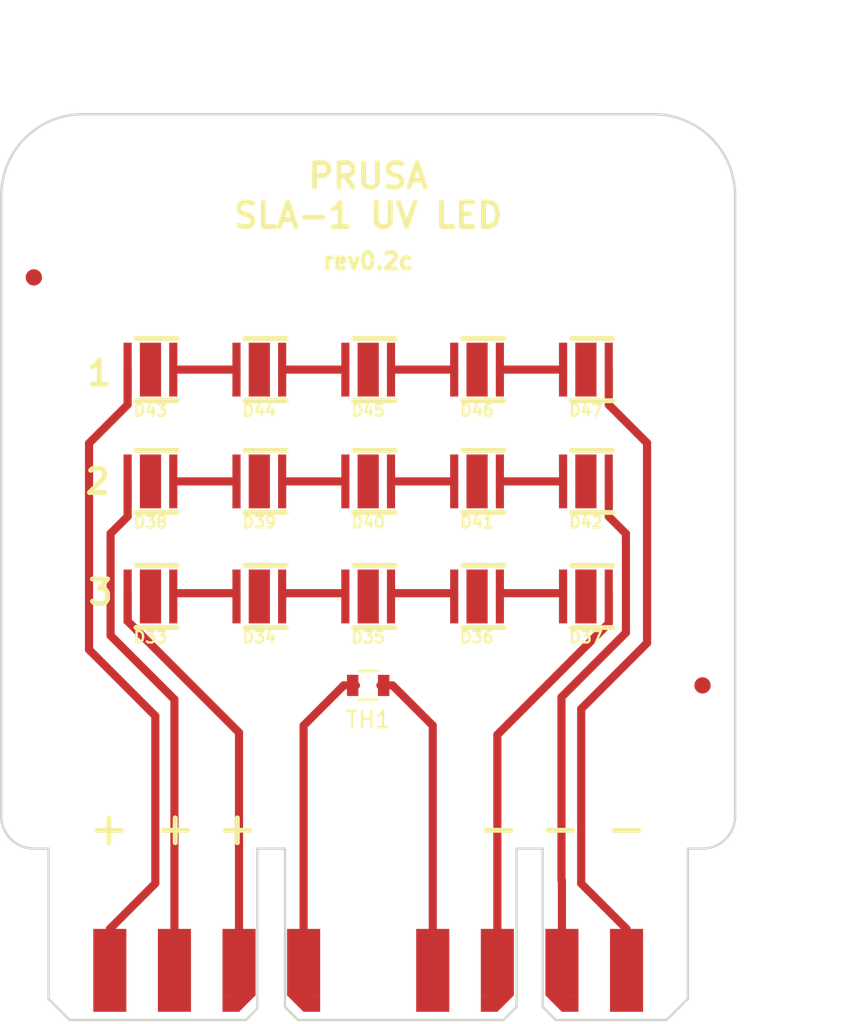
<source format=kicad_pcb>
(kicad_pcb (version 20171130) (host pcbnew "(6.0.0-rc1-dev-199-g6b039bc99)")

  (general
    (thickness 1.6)
    (drawings 43)
    (tracks 50)
    (zones 0)
    (modules 23)
    (nets 21)
  )

  (page A4)
  (layers
    (0 F.Cu signal)
    (31 B.Cu signal)
    (32 B.Adhes user)
    (33 F.Adhes user)
    (34 B.Paste user)
    (35 F.Paste user)
    (36 B.SilkS user)
    (37 F.SilkS user)
    (38 B.Mask user)
    (39 F.Mask user)
    (40 Dwgs.User user)
    (41 Cmts.User user)
    (42 Eco1.User user)
    (43 Eco2.User user)
    (44 Edge.Cuts user)
    (45 Margin user)
    (46 B.CrtYd user hide)
    (47 F.CrtYd user hide)
    (48 B.Fab user)
    (49 F.Fab user hide)
  )

  (setup
    (last_trace_width 0.2)
    (user_trace_width 0.5)
    (user_trace_width 1.5)
    (user_trace_width 2)
    (user_trace_width 4)
    (user_trace_width 5)
    (user_trace_width 6)
    (user_trace_width 7)
    (user_trace_width 8)
    (trace_clearance 0.2)
    (zone_clearance 0.508)
    (zone_45_only no)
    (trace_min 0.2)
    (via_size 0.8)
    (via_drill 0.4)
    (via_min_size 0.4)
    (via_min_drill 0.3)
    (uvia_size 0.3)
    (uvia_drill 0.1)
    (uvias_allowed no)
    (uvia_min_size 0.2)
    (uvia_min_drill 0.1)
    (edge_width 0.15)
    (segment_width 0.2)
    (pcb_text_width 0.3)
    (pcb_text_size 1.5 1.5)
    (mod_edge_width 0.15)
    (mod_text_size 1 1)
    (mod_text_width 0.15)
    (pad_size 3.2 3.2)
    (pad_drill 3.2)
    (pad_to_mask_clearance 0.05)
    (solder_mask_min_width 0.25)
    (aux_axis_origin 89.15 134.35)
    (visible_elements FFFFFF7F)
    (pcbplotparams
      (layerselection 0x010a8_7fffffff)
      (usegerberextensions true)
      (usegerberattributes false)
      (usegerberadvancedattributes false)
      (creategerberjobfile false)
      (excludeedgelayer true)
      (linewidth 0.100000)
      (plotframeref false)
      (viasonmask false)
      (mode 1)
      (useauxorigin false)
      (hpglpennumber 1)
      (hpglpenspeed 20)
      (hpglpendiameter 15.000000)
      (psnegative false)
      (psa4output false)
      (plotreference true)
      (plotvalue true)
      (plotinvisibletext false)
      (padsonsilk false)
      (subtractmaskfromsilk false)
      (outputformat 1)
      (mirror false)
      (drillshape 0)
      (scaleselection 1)
      (outputdirectory "gerber/"))
  )

  (net 0 "")
  (net 1 "Net-(D33-Pad1)")
  (net 2 "Net-(D33-Pad2)")
  (net 3 "Net-(D34-Pad1)")
  (net 4 "Net-(D35-Pad1)")
  (net 5 "Net-(D36-Pad1)")
  (net 6 "Net-(D37-Pad1)")
  (net 7 "Net-(D38-Pad1)")
  (net 8 "Net-(D39-Pad1)")
  (net 9 "Net-(D40-Pad1)")
  (net 10 "Net-(D41-Pad1)")
  (net 11 "Net-(D43-Pad1)")
  (net 12 "Net-(D44-Pad1)")
  (net 13 "Net-(D45-Pad1)")
  (net 14 "Net-(D46-Pad1)")
  (net 15 "Net-(D42-Pad1)")
  (net 16 "Net-(D47-Pad1)")
  (net 17 "Net-(P1-Pad5)")
  (net 18 "Net-(P1-Pad4)")
  (net 19 "Net-(D38-Pad2)")
  (net 20 "Net-(D43-Pad2)")

  (net_class Default "Toto je výchozí třída sítě."
    (clearance 0.2)
    (trace_width 0.2)
    (via_dia 0.8)
    (via_drill 0.4)
    (uvia_dia 0.3)
    (uvia_drill 0.1)
    (add_net "Net-(D33-Pad1)")
    (add_net "Net-(D33-Pad2)")
    (add_net "Net-(D34-Pad1)")
    (add_net "Net-(D35-Pad1)")
    (add_net "Net-(D36-Pad1)")
    (add_net "Net-(D37-Pad1)")
    (add_net "Net-(D38-Pad1)")
    (add_net "Net-(D38-Pad2)")
    (add_net "Net-(D39-Pad1)")
    (add_net "Net-(D40-Pad1)")
    (add_net "Net-(D41-Pad1)")
    (add_net "Net-(D42-Pad1)")
    (add_net "Net-(D43-Pad1)")
    (add_net "Net-(D43-Pad2)")
    (add_net "Net-(D44-Pad1)")
    (add_net "Net-(D45-Pad1)")
    (add_net "Net-(D46-Pad1)")
    (add_net "Net-(D47-Pad1)")
    (add_net "Net-(P1-Pad4)")
    (add_net "Net-(P1-Pad5)")
  )

  (module ok1hra:MX-172159-0608 (layer F.Cu) (tedit 5C5322FB) (tstamp 5BF5AAB3)
    (at 22.5 10.5 180)
    (path /5C981EF0)
    (attr virtual)
    (fp_text reference P1 (at 0 16.342 180) (layer F.SilkS) hide
      (effects (font (size 1 1) (thickness 0.15)))
    )
    (fp_text value CONN_01X08* (at 0 6.985 180) (layer F.Fab)
      (effects (font (size 1 1) (thickness 0.15)))
    )
    (fp_line (start 6.755 0.76) (end 7.515 0) (layer F.SilkS) (width 0.1))
    (fp_line (start 5.125 0.76) (end 4.365 0) (layer F.SilkS) (width 0.1))
    (fp_line (start -9.085 0.76) (end -8.325 0) (layer F.SilkS) (width 0.1))
    (fp_line (start -10.715 0.76) (end -11.475 0) (layer F.SilkS) (width 0.1))
    (pad 2 smd rect (at 11.88 3.04 180) (size 2.03 5.08) (layers F.Cu F.Mask)
      (net 19 "Net-(D38-Pad2)"))
    (pad 3 smd rect (at 7.92 3.54 180) (size 2.03 4.08) (layers F.Cu F.Mask)
      (net 2 "Net-(D33-Pad2)"))
    (pad 1 smd rect (at 15.84 3.04 180) (size 2.03 5.08) (layers F.Cu F.Mask)
      (net 20 "Net-(D43-Pad2)"))
    (pad 8 smd rect (at -15.84 3.04 180) (size 2.03 5.08) (layers F.Cu F.Mask)
      (net 16 "Net-(D47-Pad1)"))
    (pad 7 smd rect (at -11.88 3.54 180) (size 2.03 4.08) (layers F.Cu F.Mask)
      (net 15 "Net-(D42-Pad1)"))
    (pad 6 smd rect (at -7.92 3.54 180) (size 2.03 4.08) (layers F.Cu F.Mask)
      (net 6 "Net-(D37-Pad1)"))
    (pad 5 smd rect (at -3.96 3.04 180) (size 2.03 5.08) (layers F.Cu F.Mask)
      (net 17 "Net-(P1-Pad5)"))
    (pad 4 smd rect (at 3.96 3.54 180) (size 2.03 4.08) (layers F.Cu F.Mask)
      (net 18 "Net-(P1-Pad4)"))
    (pad "" np_thru_hole circle (at 0 13.63 180) (size 4.06 4.06) (drill 4.06) (layers *.Cu *.Mask))
    (pad 7 smd rect (at -12.38 1 180) (size 1.03 1) (layers F.Cu F.Mask)
      (net 15 "Net-(D42-Pad1)"))
    (pad 6 smd rect (at -7.42 1 180) (size 1.03 1) (layers F.Cu F.Mask)
      (net 6 "Net-(D37-Pad1)"))
    (pad 4 smd rect (at 3.46 1 180) (size 1.03 1) (layers F.Cu F.Mask)
      (net 18 "Net-(P1-Pad4)"))
    (pad 3 smd rect (at 8.42 1 180) (size 1.03 1) (layers F.Cu F.Mask)
      (net 2 "Net-(D33-Pad2)"))
    (pad 7 smd rect (at -11.73 1.37 225) (size 1.03 1.4) (layers F.Cu F.Mask)
      (net 15 "Net-(D42-Pad1)"))
    (pad 6 smd rect (at -8.07 1.37 135) (size 1.03 1.42) (layers F.Cu F.Mask)
      (net 6 "Net-(D37-Pad1)"))
    (pad 4 smd rect (at 4.11 1.37 225) (size 1.03 1.42) (layers F.Cu F.Mask)
      (net 18 "Net-(P1-Pad4)"))
    (pad 3 smd rect (at 7.77 1.37 135) (size 1.03 1.42) (layers F.Cu F.Mask)
      (net 2 "Net-(D33-Pad2)"))
  )

  (module Fiducials:Fiducial_1mm_Dia_2.54mm_Outer_CopperTop locked (layer F.Cu) (tedit 0) (tstamp 5C1D0FE6)
    (at 43 -10)
    (descr "Circular Fiducial, 1mm bare copper top; 2.54mm keepout")
    (tags marker)
    (attr smd)
    (fp_text reference REF** (at 3.4 0.7) (layer F.SilkS) hide
      (effects (font (size 1 1) (thickness 0.15)))
    )
    (fp_text value Fiducial_1mm_Dia_2.54mm_Outer_CopperTop (at 0 -1.8) (layer F.Fab)
      (effects (font (size 1 1) (thickness 0.15)))
    )
    (fp_circle (center 0 0) (end 1.55 0) (layer F.CrtYd) (width 0.05))
    (pad ~ smd circle (at 0 0) (size 1 1) (layers F.Cu F.Mask)
      (solder_mask_margin 0.77) (clearance 0.77))
  )

  (module ok1hra:LED-UV-LTPL-C034UVH405 (layer F.Cu) (tedit 5C000176) (tstamp 5BD213D4)
    (at 9.15 -15.45 180)
    (path /5BCE0D5F)
    (attr smd)
    (fp_text reference D33 (at 0 -2.5 180) (layer F.SilkS)
      (effects (font (size 0.7 0.7) (thickness 0.15)))
    )
    (fp_text value TY-SMD3535-3W (at 0 2.5 180) (layer F.Fab)
      (effects (font (size 0.5 0.5) (thickness 0.125)))
    )
    (fp_line (start 0.889 1.905) (end -1.651 1.905) (layer F.SilkS) (width 0.3))
    (fp_line (start -1.651 -1.905) (end 0.889 -1.905) (layer F.SilkS) (width 0.3))
    (fp_line (start -1.75 -1.75) (end 1.75 -1.75) (layer F.CrtYd) (width 0.1))
    (fp_line (start 1.75 -1.75) (end 1.75 1.75) (layer F.CrtYd) (width 0.1))
    (fp_line (start 1.75 1.75) (end -1.75 1.75) (layer F.CrtYd) (width 0.1))
    (fp_line (start -1.75 1.75) (end -1.75 -1.75) (layer F.CrtYd) (width 0.1))
    (pad 3 smd rect (at 0 0 180) (size 1.3 3.3) (layers F.Cu F.Paste F.Mask))
    (pad 1 smd rect (at -1.4 0 180) (size 0.5 3.3) (layers F.Cu F.Paste F.Mask)
      (net 1 "Net-(D33-Pad1)"))
    (pad 2 smd rect (at 1.4 0 180) (size 0.5 3.3) (layers F.Cu F.Paste F.Mask)
      (net 2 "Net-(D33-Pad2)"))
    (model /home/dan/kicad/hra/lib/ok1hra3d/LED-LTPL-C034UVH405.step
      (at (xyz 0 0 0))
      (scale (xyz 1 1 1))
      (rotate (xyz 0 0 0))
    )
  )

  (module Resistors_SMD:R_0805 (layer F.Cu) (tedit 58307B54) (tstamp 5C0E8201)
    (at 22.5 -10 180)
    (descr "Resistor SMD 0805, reflow soldering, Vishay (see dcrcw.pdf)")
    (tags "resistor 0805")
    (path /5BEFC2AA)
    (attr smd)
    (fp_text reference TH1 (at 0 -2.1 180) (layer F.SilkS)
      (effects (font (size 1 1) (thickness 0.15)))
    )
    (fp_text value NCP21WF104J03RA (at 0 2.1 180) (layer F.Fab)
      (effects (font (size 1 1) (thickness 0.15)))
    )
    (fp_line (start -1 0.625) (end -1 -0.625) (layer F.Fab) (width 0.1))
    (fp_line (start 1 0.625) (end -1 0.625) (layer F.Fab) (width 0.1))
    (fp_line (start 1 -0.625) (end 1 0.625) (layer F.Fab) (width 0.1))
    (fp_line (start -1 -0.625) (end 1 -0.625) (layer F.Fab) (width 0.1))
    (fp_line (start -1.6 -1) (end 1.6 -1) (layer F.CrtYd) (width 0.05))
    (fp_line (start -1.6 1) (end 1.6 1) (layer F.CrtYd) (width 0.05))
    (fp_line (start -1.6 -1) (end -1.6 1) (layer F.CrtYd) (width 0.05))
    (fp_line (start 1.6 -1) (end 1.6 1) (layer F.CrtYd) (width 0.05))
    (fp_line (start 0.6 0.875) (end -0.6 0.875) (layer F.SilkS) (width 0.15))
    (fp_line (start -0.6 -0.875) (end 0.6 -0.875) (layer F.SilkS) (width 0.15))
    (pad 1 smd rect (at -0.95 0 180) (size 0.7 1.3) (layers F.Cu F.Paste F.Mask)
      (net 17 "Net-(P1-Pad5)"))
    (pad 2 smd rect (at 0.95 0 180) (size 0.7 1.3) (layers F.Cu F.Paste F.Mask)
      (net 18 "Net-(P1-Pad4)"))
    (model ${KISYS3DMOD}/Resistor_SMD.3dshapes/R_0805_2012Metric.step
      (at (xyz 0 0 0))
      (scale (xyz 1 1 1))
      (rotate (xyz 0 0 0))
    )
  )

  (module ok1hra:LED-UV-LTPL-C034UVH405 (layer F.Cu) (tedit 5C000176) (tstamp 5C0E81F6)
    (at 22.5 -15.45 180)
    (path /5C0A6D45)
    (attr smd)
    (fp_text reference D35 (at 0 -2.5 180) (layer F.SilkS)
      (effects (font (size 0.7 0.7) (thickness 0.15)))
    )
    (fp_text value TY-SMD3535-3W (at 0 2.5 180) (layer F.Fab)
      (effects (font (size 0.5 0.5) (thickness 0.125)))
    )
    (fp_line (start 0.889 1.905) (end -1.651 1.905) (layer F.SilkS) (width 0.3))
    (fp_line (start -1.651 -1.905) (end 0.889 -1.905) (layer F.SilkS) (width 0.3))
    (fp_line (start -1.75 -1.75) (end 1.75 -1.75) (layer F.CrtYd) (width 0.1))
    (fp_line (start 1.75 -1.75) (end 1.75 1.75) (layer F.CrtYd) (width 0.1))
    (fp_line (start 1.75 1.75) (end -1.75 1.75) (layer F.CrtYd) (width 0.1))
    (fp_line (start -1.75 1.75) (end -1.75 -1.75) (layer F.CrtYd) (width 0.1))
    (pad 3 smd rect (at 0 0 180) (size 1.3 3.3) (layers F.Cu F.Paste F.Mask))
    (pad 1 smd rect (at -1.4 0 180) (size 0.5 3.3) (layers F.Cu F.Paste F.Mask)
      (net 4 "Net-(D35-Pad1)"))
    (pad 2 smd rect (at 1.4 0 180) (size 0.5 3.3) (layers F.Cu F.Paste F.Mask)
      (net 3 "Net-(D34-Pad1)"))
    (model /home/dan/kicad/hra/lib/ok1hra3d/LED-LTPL-C034UVH405.step
      (at (xyz 0 0 0))
      (scale (xyz 1 1 1))
      (rotate (xyz 0 0 0))
    )
  )

  (module ok1hra:LED-UV-LTPL-C034UVH405 (layer F.Cu) (tedit 5C000176) (tstamp 5C0E81E9)
    (at 29.175 -15.45 180)
    (path /5C0A6D9B)
    (attr smd)
    (fp_text reference D36 (at 0 -2.5 180) (layer F.SilkS)
      (effects (font (size 0.7 0.7) (thickness 0.15)))
    )
    (fp_text value TY-SMD3535-3W (at 0 2.5 180) (layer F.Fab)
      (effects (font (size 0.5 0.5) (thickness 0.125)))
    )
    (fp_line (start -1.75 1.75) (end -1.75 -1.75) (layer F.CrtYd) (width 0.1))
    (fp_line (start 1.75 1.75) (end -1.75 1.75) (layer F.CrtYd) (width 0.1))
    (fp_line (start 1.75 -1.75) (end 1.75 1.75) (layer F.CrtYd) (width 0.1))
    (fp_line (start -1.75 -1.75) (end 1.75 -1.75) (layer F.CrtYd) (width 0.1))
    (fp_line (start -1.651 -1.905) (end 0.889 -1.905) (layer F.SilkS) (width 0.3))
    (fp_line (start 0.889 1.905) (end -1.651 1.905) (layer F.SilkS) (width 0.3))
    (pad 2 smd rect (at 1.4 0 180) (size 0.5 3.3) (layers F.Cu F.Paste F.Mask)
      (net 4 "Net-(D35-Pad1)"))
    (pad 1 smd rect (at -1.4 0 180) (size 0.5 3.3) (layers F.Cu F.Paste F.Mask)
      (net 5 "Net-(D36-Pad1)"))
    (pad 3 smd rect (at 0 0 180) (size 1.3 3.3) (layers F.Cu F.Paste F.Mask))
    (model /home/dan/kicad/hra/lib/ok1hra3d/LED-LTPL-C034UVH405.step
      (at (xyz 0 0 0))
      (scale (xyz 1 1 1))
      (rotate (xyz 0 0 0))
    )
  )

  (module ok1hra:LED-UV-LTPL-C034UVH405 (layer F.Cu) (tedit 5C000176) (tstamp 5C0E81DC)
    (at 35.85 -15.45 180)
    (path /5C0A6EE6)
    (attr smd)
    (fp_text reference D37 (at 0 -2.5 180) (layer F.SilkS)
      (effects (font (size 0.7 0.7) (thickness 0.15)))
    )
    (fp_text value TY-SMD3535-3W (at 0 2.5 180) (layer F.Fab)
      (effects (font (size 0.5 0.5) (thickness 0.125)))
    )
    (fp_line (start 0.889 1.905) (end -1.651 1.905) (layer F.SilkS) (width 0.3))
    (fp_line (start -1.651 -1.905) (end 0.889 -1.905) (layer F.SilkS) (width 0.3))
    (fp_line (start -1.75 -1.75) (end 1.75 -1.75) (layer F.CrtYd) (width 0.1))
    (fp_line (start 1.75 -1.75) (end 1.75 1.75) (layer F.CrtYd) (width 0.1))
    (fp_line (start 1.75 1.75) (end -1.75 1.75) (layer F.CrtYd) (width 0.1))
    (fp_line (start -1.75 1.75) (end -1.75 -1.75) (layer F.CrtYd) (width 0.1))
    (pad 3 smd rect (at 0 0 180) (size 1.3 3.3) (layers F.Cu F.Paste F.Mask))
    (pad 1 smd rect (at -1.4 0 180) (size 0.5 3.3) (layers F.Cu F.Paste F.Mask)
      (net 6 "Net-(D37-Pad1)"))
    (pad 2 smd rect (at 1.4 0 180) (size 0.5 3.3) (layers F.Cu F.Paste F.Mask)
      (net 5 "Net-(D36-Pad1)"))
    (model /home/dan/kicad/hra/lib/ok1hra3d/LED-LTPL-C034UVH405.step
      (at (xyz 0 0 0))
      (scale (xyz 1 1 1))
      (rotate (xyz 0 0 0))
    )
  )

  (module ok1hra:LED-UV-LTPL-C034UVH405 (layer F.Cu) (tedit 5C000176) (tstamp 5C0E81CF)
    (at 9.15 -22.5 180)
    (path /5C0A76E6)
    (attr smd)
    (fp_text reference D38 (at 0 -2.5 180) (layer F.SilkS)
      (effects (font (size 0.7 0.7) (thickness 0.15)))
    )
    (fp_text value TY-SMD3535-3W (at 0 2.5 180) (layer F.Fab)
      (effects (font (size 0.5 0.5) (thickness 0.125)))
    )
    (fp_line (start -1.75 1.75) (end -1.75 -1.75) (layer F.CrtYd) (width 0.1))
    (fp_line (start 1.75 1.75) (end -1.75 1.75) (layer F.CrtYd) (width 0.1))
    (fp_line (start 1.75 -1.75) (end 1.75 1.75) (layer F.CrtYd) (width 0.1))
    (fp_line (start -1.75 -1.75) (end 1.75 -1.75) (layer F.CrtYd) (width 0.1))
    (fp_line (start -1.651 -1.905) (end 0.889 -1.905) (layer F.SilkS) (width 0.3))
    (fp_line (start 0.889 1.905) (end -1.651 1.905) (layer F.SilkS) (width 0.3))
    (pad 2 smd rect (at 1.4 0 180) (size 0.5 3.3) (layers F.Cu F.Paste F.Mask)
      (net 19 "Net-(D38-Pad2)"))
    (pad 1 smd rect (at -1.4 0 180) (size 0.5 3.3) (layers F.Cu F.Paste F.Mask)
      (net 7 "Net-(D38-Pad1)"))
    (pad 3 smd rect (at 0 0 180) (size 1.3 3.3) (layers F.Cu F.Paste F.Mask))
    (model /home/dan/kicad/hra/lib/ok1hra3d/LED-LTPL-C034UVH405.step
      (at (xyz 0 0 0))
      (scale (xyz 1 1 1))
      (rotate (xyz 0 0 0))
    )
  )

  (module ok1hra:LED-UV-LTPL-C034UVH405 (layer F.Cu) (tedit 5C000176) (tstamp 5C0E81C2)
    (at 15.825 -22.5 180)
    (path /5C0A76ED)
    (attr smd)
    (fp_text reference D39 (at 0 -2.5 180) (layer F.SilkS)
      (effects (font (size 0.7 0.7) (thickness 0.15)))
    )
    (fp_text value TY-SMD3535-3W (at 0 2.5 180) (layer F.Fab)
      (effects (font (size 0.5 0.5) (thickness 0.125)))
    )
    (fp_line (start 0.889 1.905) (end -1.651 1.905) (layer F.SilkS) (width 0.3))
    (fp_line (start -1.651 -1.905) (end 0.889 -1.905) (layer F.SilkS) (width 0.3))
    (fp_line (start -1.75 -1.75) (end 1.75 -1.75) (layer F.CrtYd) (width 0.1))
    (fp_line (start 1.75 -1.75) (end 1.75 1.75) (layer F.CrtYd) (width 0.1))
    (fp_line (start 1.75 1.75) (end -1.75 1.75) (layer F.CrtYd) (width 0.1))
    (fp_line (start -1.75 1.75) (end -1.75 -1.75) (layer F.CrtYd) (width 0.1))
    (pad 3 smd rect (at 0 0 180) (size 1.3 3.3) (layers F.Cu F.Paste F.Mask))
    (pad 1 smd rect (at -1.4 0 180) (size 0.5 3.3) (layers F.Cu F.Paste F.Mask)
      (net 8 "Net-(D39-Pad1)"))
    (pad 2 smd rect (at 1.4 0 180) (size 0.5 3.3) (layers F.Cu F.Paste F.Mask)
      (net 7 "Net-(D38-Pad1)"))
    (model /home/dan/kicad/hra/lib/ok1hra3d/LED-LTPL-C034UVH405.step
      (at (xyz 0 0 0))
      (scale (xyz 1 1 1))
      (rotate (xyz 0 0 0))
    )
  )

  (module ok1hra:LED-UV-LTPL-C034UVH405 (layer F.Cu) (tedit 5C000176) (tstamp 5C0E81B5)
    (at 22.5 -22.5 180)
    (path /5C0A76F4)
    (attr smd)
    (fp_text reference D40 (at 0 -2.5 180) (layer F.SilkS)
      (effects (font (size 0.7 0.7) (thickness 0.15)))
    )
    (fp_text value TY-SMD3535-3W (at 0 2.5 180) (layer F.Fab)
      (effects (font (size 0.5 0.5) (thickness 0.125)))
    )
    (fp_line (start -1.75 1.75) (end -1.75 -1.75) (layer F.CrtYd) (width 0.1))
    (fp_line (start 1.75 1.75) (end -1.75 1.75) (layer F.CrtYd) (width 0.1))
    (fp_line (start 1.75 -1.75) (end 1.75 1.75) (layer F.CrtYd) (width 0.1))
    (fp_line (start -1.75 -1.75) (end 1.75 -1.75) (layer F.CrtYd) (width 0.1))
    (fp_line (start -1.651 -1.905) (end 0.889 -1.905) (layer F.SilkS) (width 0.3))
    (fp_line (start 0.889 1.905) (end -1.651 1.905) (layer F.SilkS) (width 0.3))
    (pad 2 smd rect (at 1.4 0 180) (size 0.5 3.3) (layers F.Cu F.Paste F.Mask)
      (net 8 "Net-(D39-Pad1)"))
    (pad 1 smd rect (at -1.4 0 180) (size 0.5 3.3) (layers F.Cu F.Paste F.Mask)
      (net 9 "Net-(D40-Pad1)"))
    (pad 3 smd rect (at 0 0 180) (size 1.3 3.3) (layers F.Cu F.Paste F.Mask))
    (model /home/dan/kicad/hra/lib/ok1hra3d/LED-LTPL-C034UVH405.step
      (at (xyz 0 0 0))
      (scale (xyz 1 1 1))
      (rotate (xyz 0 0 0))
    )
  )

  (module ok1hra:LED-UV-LTPL-C034UVH405 (layer F.Cu) (tedit 5C000176) (tstamp 5C0E81A8)
    (at 29.175 -22.5 180)
    (path /5C0A76FB)
    (attr smd)
    (fp_text reference D41 (at 0 -2.5 180) (layer F.SilkS)
      (effects (font (size 0.7 0.7) (thickness 0.15)))
    )
    (fp_text value TY-SMD3535-3W (at 0 2.5 180) (layer F.Fab)
      (effects (font (size 0.5 0.5) (thickness 0.125)))
    )
    (fp_line (start 0.889 1.905) (end -1.651 1.905) (layer F.SilkS) (width 0.3))
    (fp_line (start -1.651 -1.905) (end 0.889 -1.905) (layer F.SilkS) (width 0.3))
    (fp_line (start -1.75 -1.75) (end 1.75 -1.75) (layer F.CrtYd) (width 0.1))
    (fp_line (start 1.75 -1.75) (end 1.75 1.75) (layer F.CrtYd) (width 0.1))
    (fp_line (start 1.75 1.75) (end -1.75 1.75) (layer F.CrtYd) (width 0.1))
    (fp_line (start -1.75 1.75) (end -1.75 -1.75) (layer F.CrtYd) (width 0.1))
    (pad 3 smd rect (at 0 0 180) (size 1.3 3.3) (layers F.Cu F.Paste F.Mask))
    (pad 1 smd rect (at -1.4 0 180) (size 0.5 3.3) (layers F.Cu F.Paste F.Mask)
      (net 10 "Net-(D41-Pad1)"))
    (pad 2 smd rect (at 1.4 0 180) (size 0.5 3.3) (layers F.Cu F.Paste F.Mask)
      (net 9 "Net-(D40-Pad1)"))
    (model /home/dan/kicad/hra/lib/ok1hra3d/LED-LTPL-C034UVH405.step
      (at (xyz 0 0 0))
      (scale (xyz 1 1 1))
      (rotate (xyz 0 0 0))
    )
  )

  (module ok1hra:LED-UV-LTPL-C034UVH405 (layer F.Cu) (tedit 5C000176) (tstamp 5C0E819B)
    (at 35.85 -22.5 180)
    (path /5C0A7702)
    (attr smd)
    (fp_text reference D42 (at 0 -2.5 180) (layer F.SilkS)
      (effects (font (size 0.7 0.7) (thickness 0.15)))
    )
    (fp_text value TY-SMD3535-3W (at 0 2.5 180) (layer F.Fab)
      (effects (font (size 0.5 0.5) (thickness 0.125)))
    )
    (fp_line (start -1.75 1.75) (end -1.75 -1.75) (layer F.CrtYd) (width 0.1))
    (fp_line (start 1.75 1.75) (end -1.75 1.75) (layer F.CrtYd) (width 0.1))
    (fp_line (start 1.75 -1.75) (end 1.75 1.75) (layer F.CrtYd) (width 0.1))
    (fp_line (start -1.75 -1.75) (end 1.75 -1.75) (layer F.CrtYd) (width 0.1))
    (fp_line (start -1.651 -1.905) (end 0.889 -1.905) (layer F.SilkS) (width 0.3))
    (fp_line (start 0.889 1.905) (end -1.651 1.905) (layer F.SilkS) (width 0.3))
    (pad 2 smd rect (at 1.4 0 180) (size 0.5 3.3) (layers F.Cu F.Paste F.Mask)
      (net 10 "Net-(D41-Pad1)"))
    (pad 1 smd rect (at -1.4 0 180) (size 0.5 3.3) (layers F.Cu F.Paste F.Mask)
      (net 15 "Net-(D42-Pad1)"))
    (pad 3 smd rect (at 0 0 180) (size 1.3 3.3) (layers F.Cu F.Paste F.Mask))
    (model /home/dan/kicad/hra/lib/ok1hra3d/LED-LTPL-C034UVH405.step
      (at (xyz 0 0 0))
      (scale (xyz 1 1 1))
      (rotate (xyz 0 0 0))
    )
  )

  (module ok1hra:LED-UV-LTPL-C034UVH405 (layer F.Cu) (tedit 5C000176) (tstamp 5C0E818E)
    (at 9.15 -29.35 180)
    (path /5C0A806B)
    (attr smd)
    (fp_text reference D43 (at 0 -2.5 180) (layer F.SilkS)
      (effects (font (size 0.7 0.7) (thickness 0.15)))
    )
    (fp_text value TY-SMD3535-3W (at 0 2.5 180) (layer F.Fab)
      (effects (font (size 0.5 0.5) (thickness 0.125)))
    )
    (fp_line (start 0.889 1.905) (end -1.651 1.905) (layer F.SilkS) (width 0.3))
    (fp_line (start -1.651 -1.905) (end 0.889 -1.905) (layer F.SilkS) (width 0.3))
    (fp_line (start -1.75 -1.75) (end 1.75 -1.75) (layer F.CrtYd) (width 0.1))
    (fp_line (start 1.75 -1.75) (end 1.75 1.75) (layer F.CrtYd) (width 0.1))
    (fp_line (start 1.75 1.75) (end -1.75 1.75) (layer F.CrtYd) (width 0.1))
    (fp_line (start -1.75 1.75) (end -1.75 -1.75) (layer F.CrtYd) (width 0.1))
    (pad 3 smd rect (at 0 0 180) (size 1.3 3.3) (layers F.Cu F.Paste F.Mask))
    (pad 1 smd rect (at -1.4 0 180) (size 0.5 3.3) (layers F.Cu F.Paste F.Mask)
      (net 11 "Net-(D43-Pad1)"))
    (pad 2 smd rect (at 1.4 0 180) (size 0.5 3.3) (layers F.Cu F.Paste F.Mask)
      (net 20 "Net-(D43-Pad2)"))
    (model /home/dan/kicad/hra/lib/ok1hra3d/LED-LTPL-C034UVH405.step
      (at (xyz 0 0 0))
      (scale (xyz 1 1 1))
      (rotate (xyz 0 0 0))
    )
  )

  (module ok1hra:LED-UV-LTPL-C034UVH405 (layer F.Cu) (tedit 5C000176) (tstamp 5C0E8181)
    (at 15.825 -29.35 180)
    (path /5C0A8072)
    (attr smd)
    (fp_text reference D44 (at 0 -2.5 180) (layer F.SilkS)
      (effects (font (size 0.7 0.7) (thickness 0.15)))
    )
    (fp_text value TY-SMD3535-3W (at 0 2.5 180) (layer F.Fab)
      (effects (font (size 0.5 0.5) (thickness 0.125)))
    )
    (fp_line (start -1.75 1.75) (end -1.75 -1.75) (layer F.CrtYd) (width 0.1))
    (fp_line (start 1.75 1.75) (end -1.75 1.75) (layer F.CrtYd) (width 0.1))
    (fp_line (start 1.75 -1.75) (end 1.75 1.75) (layer F.CrtYd) (width 0.1))
    (fp_line (start -1.75 -1.75) (end 1.75 -1.75) (layer F.CrtYd) (width 0.1))
    (fp_line (start -1.651 -1.905) (end 0.889 -1.905) (layer F.SilkS) (width 0.3))
    (fp_line (start 0.889 1.905) (end -1.651 1.905) (layer F.SilkS) (width 0.3))
    (pad 2 smd rect (at 1.4 0 180) (size 0.5 3.3) (layers F.Cu F.Paste F.Mask)
      (net 11 "Net-(D43-Pad1)"))
    (pad 1 smd rect (at -1.4 0 180) (size 0.5 3.3) (layers F.Cu F.Paste F.Mask)
      (net 12 "Net-(D44-Pad1)"))
    (pad 3 smd rect (at 0 0 180) (size 1.3 3.3) (layers F.Cu F.Paste F.Mask))
    (model /home/dan/kicad/hra/lib/ok1hra3d/LED-LTPL-C034UVH405.step
      (at (xyz 0 0 0))
      (scale (xyz 1 1 1))
      (rotate (xyz 0 0 0))
    )
  )

  (module ok1hra:LED-UV-LTPL-C034UVH405 (layer F.Cu) (tedit 5C000176) (tstamp 5C0E8174)
    (at 22.5 -29.35 180)
    (path /5C0A8079)
    (attr smd)
    (fp_text reference D45 (at 0 -2.5 180) (layer F.SilkS)
      (effects (font (size 0.7 0.7) (thickness 0.15)))
    )
    (fp_text value TY-SMD3535-3W (at 0 2.5 180) (layer F.Fab)
      (effects (font (size 0.5 0.5) (thickness 0.125)))
    )
    (fp_line (start 0.889 1.905) (end -1.651 1.905) (layer F.SilkS) (width 0.3))
    (fp_line (start -1.651 -1.905) (end 0.889 -1.905) (layer F.SilkS) (width 0.3))
    (fp_line (start -1.75 -1.75) (end 1.75 -1.75) (layer F.CrtYd) (width 0.1))
    (fp_line (start 1.75 -1.75) (end 1.75 1.75) (layer F.CrtYd) (width 0.1))
    (fp_line (start 1.75 1.75) (end -1.75 1.75) (layer F.CrtYd) (width 0.1))
    (fp_line (start -1.75 1.75) (end -1.75 -1.75) (layer F.CrtYd) (width 0.1))
    (pad 3 smd rect (at 0 0 180) (size 1.3 3.3) (layers F.Cu F.Paste F.Mask))
    (pad 1 smd rect (at -1.4 0 180) (size 0.5 3.3) (layers F.Cu F.Paste F.Mask)
      (net 13 "Net-(D45-Pad1)"))
    (pad 2 smd rect (at 1.4 0 180) (size 0.5 3.3) (layers F.Cu F.Paste F.Mask)
      (net 12 "Net-(D44-Pad1)"))
    (model /home/dan/kicad/hra/lib/ok1hra3d/LED-LTPL-C034UVH405.step
      (at (xyz 0 0 0))
      (scale (xyz 1 1 1))
      (rotate (xyz 0 0 0))
    )
  )

  (module ok1hra:LED-UV-LTPL-C034UVH405 (layer F.Cu) (tedit 5C000176) (tstamp 5C0E8167)
    (at 29.175 -29.35 180)
    (path /5C0A8080)
    (attr smd)
    (fp_text reference D46 (at 0 -2.5 180) (layer F.SilkS)
      (effects (font (size 0.7 0.7) (thickness 0.15)))
    )
    (fp_text value TY-SMD3535-3W (at 0 2.5 180) (layer F.Fab)
      (effects (font (size 0.5 0.5) (thickness 0.125)))
    )
    (fp_line (start -1.75 1.75) (end -1.75 -1.75) (layer F.CrtYd) (width 0.1))
    (fp_line (start 1.75 1.75) (end -1.75 1.75) (layer F.CrtYd) (width 0.1))
    (fp_line (start 1.75 -1.75) (end 1.75 1.75) (layer F.CrtYd) (width 0.1))
    (fp_line (start -1.75 -1.75) (end 1.75 -1.75) (layer F.CrtYd) (width 0.1))
    (fp_line (start -1.651 -1.905) (end 0.889 -1.905) (layer F.SilkS) (width 0.3))
    (fp_line (start 0.889 1.905) (end -1.651 1.905) (layer F.SilkS) (width 0.3))
    (pad 2 smd rect (at 1.4 0 180) (size 0.5 3.3) (layers F.Cu F.Paste F.Mask)
      (net 13 "Net-(D45-Pad1)"))
    (pad 1 smd rect (at -1.4 0 180) (size 0.5 3.3) (layers F.Cu F.Paste F.Mask)
      (net 14 "Net-(D46-Pad1)"))
    (pad 3 smd rect (at 0 0 180) (size 1.3 3.3) (layers F.Cu F.Paste F.Mask))
    (model /home/dan/kicad/hra/lib/ok1hra3d/LED-LTPL-C034UVH405.step
      (at (xyz 0 0 0))
      (scale (xyz 1 1 1))
      (rotate (xyz 0 0 0))
    )
  )

  (module ok1hra:LED-UV-LTPL-C034UVH405 (layer F.Cu) (tedit 5C000176) (tstamp 5C0E815A)
    (at 35.85 -29.35 180)
    (path /5C0A8087)
    (attr smd)
    (fp_text reference D47 (at 0 -2.5 180) (layer F.SilkS)
      (effects (font (size 0.7 0.7) (thickness 0.15)))
    )
    (fp_text value TY-SMD3535-3W (at 0 2.5 180) (layer F.Fab)
      (effects (font (size 0.5 0.5) (thickness 0.125)))
    )
    (fp_line (start 0.889 1.905) (end -1.651 1.905) (layer F.SilkS) (width 0.3))
    (fp_line (start -1.651 -1.905) (end 0.889 -1.905) (layer F.SilkS) (width 0.3))
    (fp_line (start -1.75 -1.75) (end 1.75 -1.75) (layer F.CrtYd) (width 0.1))
    (fp_line (start 1.75 -1.75) (end 1.75 1.75) (layer F.CrtYd) (width 0.1))
    (fp_line (start 1.75 1.75) (end -1.75 1.75) (layer F.CrtYd) (width 0.1))
    (fp_line (start -1.75 1.75) (end -1.75 -1.75) (layer F.CrtYd) (width 0.1))
    (pad 3 smd rect (at 0 0 180) (size 1.3 3.3) (layers F.Cu F.Paste F.Mask))
    (pad 1 smd rect (at -1.4 0 180) (size 0.5 3.3) (layers F.Cu F.Paste F.Mask)
      (net 16 "Net-(D47-Pad1)"))
    (pad 2 smd rect (at 1.4 0 180) (size 0.5 3.3) (layers F.Cu F.Paste F.Mask)
      (net 14 "Net-(D46-Pad1)"))
    (model /home/dan/kicad/hra/lib/ok1hra3d/LED-LTPL-C034UVH405.step
      (at (xyz 0 0 0))
      (scale (xyz 1 1 1))
      (rotate (xyz 0 0 0))
    )
  )

  (module ok1hra:LED-UV-LTPL-C034UVH405 (layer F.Cu) (tedit 5C000176) (tstamp 5C0E814D)
    (at 15.825 -15.45 180)
    (path /5C0A6CF5)
    (attr smd)
    (fp_text reference D34 (at 0 -2.5 180) (layer F.SilkS)
      (effects (font (size 0.7 0.7) (thickness 0.15)))
    )
    (fp_text value TY-SMD3535-3W (at 0 2.5 180) (layer F.Fab)
      (effects (font (size 0.5 0.5) (thickness 0.125)))
    )
    (fp_line (start -1.75 1.75) (end -1.75 -1.75) (layer F.CrtYd) (width 0.1))
    (fp_line (start 1.75 1.75) (end -1.75 1.75) (layer F.CrtYd) (width 0.1))
    (fp_line (start 1.75 -1.75) (end 1.75 1.75) (layer F.CrtYd) (width 0.1))
    (fp_line (start -1.75 -1.75) (end 1.75 -1.75) (layer F.CrtYd) (width 0.1))
    (fp_line (start -1.651 -1.905) (end 0.889 -1.905) (layer F.SilkS) (width 0.3))
    (fp_line (start 0.889 1.905) (end -1.651 1.905) (layer F.SilkS) (width 0.3))
    (pad 2 smd rect (at 1.4 0 180) (size 0.5 3.3) (layers F.Cu F.Paste F.Mask)
      (net 1 "Net-(D33-Pad1)"))
    (pad 1 smd rect (at -1.4 0 180) (size 0.5 3.3) (layers F.Cu F.Paste F.Mask)
      (net 3 "Net-(D34-Pad1)"))
    (pad 3 smd rect (at 0 0 180) (size 1.3 3.3) (layers F.Cu F.Paste F.Mask))
    (model /home/dan/kicad/hra/lib/ok1hra3d/LED-LTPL-C034UVH405.step
      (at (xyz 0 0 0))
      (scale (xyz 1 1 1))
      (rotate (xyz 0 0 0))
    )
  )

  (module Mounting_Holes:MountingHole_4.5mm (layer F.Cu) (tedit 5BE5A873) (tstamp 5BCEF53B)
    (at 40 -40)
    (descr "Mounting Hole 4.5mm, no annular")
    (tags "mounting hole 4.5mm no annular")
    (path /5AE051F0)
    (attr virtual)
    (fp_text reference P4 (at 0 -5.5) (layer F.SilkS) hide
      (effects (font (size 1 1) (thickness 0.15)))
    )
    (fp_text value CONN_01X01* (at 0 5.5) (layer F.Fab)
      (effects (font (size 1 1) (thickness 0.15)))
    )
    (fp_circle (center 0 0) (end 4.75 0) (layer F.CrtYd) (width 0.05))
    (fp_circle (center 0 0) (end 4.5 0) (layer Cmts.User) (width 0.15))
    (pad "" np_thru_hole circle (at 0 0) (size 3.2 3.2) (drill 3.2) (layers *.Cu *.Mask))
  )

  (module Mounting_Holes:MountingHole_4.5mm (layer F.Cu) (tedit 5BE5A899) (tstamp 5BCEF542)
    (at 40 -5)
    (descr "Mounting Hole 4.5mm, no annular")
    (tags "mounting hole 4.5mm no annular")
    (path /5AE05258)
    (attr virtual)
    (fp_text reference P5 (at 0 -5.5) (layer F.SilkS) hide
      (effects (font (size 1 1) (thickness 0.15)))
    )
    (fp_text value CONN_01X01* (at 0 5.5) (layer F.Fab)
      (effects (font (size 1 1) (thickness 0.15)))
    )
    (fp_circle (center 0 0) (end 4.5 0) (layer Cmts.User) (width 0.15))
    (fp_circle (center 0 0) (end 4.75 0) (layer F.CrtYd) (width 0.05))
    (pad "" np_thru_hole circle (at 0 0) (size 3.2 3.2) (drill 3.2) (layers *.Cu *.Mask))
  )

  (module Mounting_Holes:MountingHole_4.5mm (layer F.Cu) (tedit 5BE5A881) (tstamp 5BCEF52A)
    (at 5 -5)
    (descr "Mounting Hole 4.5mm, no annular")
    (tags "mounting hole 4.5mm no annular")
    (path /5AE050AE)
    (attr virtual)
    (fp_text reference P3 (at 0 -5.5) (layer F.SilkS) hide
      (effects (font (size 1 1) (thickness 0.15)))
    )
    (fp_text value CONN_01X01* (at 0 5.5) (layer F.Fab)
      (effects (font (size 1 1) (thickness 0.15)))
    )
    (fp_circle (center 0 0) (end 4.5 0) (layer Cmts.User) (width 0.15))
    (fp_circle (center 0 0) (end 4.75 0) (layer F.CrtYd) (width 0.05))
    (pad "" np_thru_hole circle (at 0 0) (size 3.2 3.2) (drill 3.2) (layers *.Cu *.Mask))
  )

  (module Mounting_Holes:MountingHole_4.5mm (layer F.Cu) (tedit 5BE5A867) (tstamp 5BCEF531)
    (at 5 -40)
    (descr "Mounting Hole 4.5mm, no annular")
    (tags "mounting hole 4.5mm no annular")
    (path /5AE052C6)
    (attr virtual)
    (fp_text reference P6 (at 0 -5.5) (layer F.SilkS) hide
      (effects (font (size 1 1) (thickness 0.15)))
    )
    (fp_text value CONN_01X01* (at 0 5.5) (layer F.Fab)
      (effects (font (size 1 1) (thickness 0.15)))
    )
    (fp_circle (center 0 0) (end 4.75 0) (layer F.CrtYd) (width 0.05))
    (fp_circle (center 0 0) (end 4.5 0) (layer Cmts.User) (width 0.15))
    (pad "" np_thru_hole circle (at 0 0) (size 3.2 3.2) (drill 3.2) (layers *.Cu *.Mask))
  )

  (module Fiducials:Fiducial_1mm_Dia_2.54mm_Outer_CopperTop locked (layer F.Cu) (tedit 0) (tstamp 5C1D0FBF)
    (at 2 -35)
    (descr "Circular Fiducial, 1mm bare copper top; 2.54mm keepout")
    (tags marker)
    (attr smd)
    (fp_text reference REF** (at 3.4 0.7) (layer F.SilkS) hide
      (effects (font (size 1 1) (thickness 0.15)))
    )
    (fp_text value Fiducial_1mm_Dia_2.54mm_Outer_CopperTop (at 0 -1.8) (layer F.Fab)
      (effects (font (size 1 1) (thickness 0.15)))
    )
    (fp_circle (center 0 0) (end 1.55 0) (layer F.CrtYd) (width 0.05))
    (pad ~ smd circle (at 0 0) (size 1 1) (layers F.Cu F.Mask)
      (solder_mask_margin 0.77) (clearance 0.77))
  )

  (gr_text - (at 38.354 -1.27) (layer F.SilkS) (tstamp 5BF5ABEF)
    (effects (font (size 2 2) (thickness 0.3)))
  )
  (gr_text - (at 34.29 -1.27) (layer F.SilkS) (tstamp 5BF5ABED)
    (effects (font (size 2 2) (thickness 0.3)))
  )
  (gr_text - (at 30.48 -1.27) (layer F.SilkS) (tstamp 5BF5AB90)
    (effects (font (size 2 2) (thickness 0.3)))
  )
  (gr_text + (at 14.478 -1.27) (layer F.SilkS) (tstamp 5BF5AB8E)
    (effects (font (size 2 2) (thickness 0.3)))
  )
  (gr_text + (at 10.668 -1.27) (layer F.SilkS) (tstamp 5BF5AB2E)
    (effects (font (size 2 2) (thickness 0.3)))
  )
  (gr_text + (at 6.604 -1.27) (layer F.SilkS) (tstamp 5BF5AB28)
    (effects (font (size 2 2) (thickness 0.3)))
  )
  (gr_arc (start 43 -2) (end 43 0) (angle -90) (layer Edge.Cuts) (width 0.15))
  (gr_arc (start 2 -2) (end 0 -2) (angle -90) (layer Edge.Cuts) (width 0.15))
  (gr_line (start 42.1 0) (end 43 0) (layer Edge.Cuts) (width 0.15))
  (gr_line (start 2.9 0) (end 2 0) (layer Edge.Cuts) (width 0.15))
  (gr_line (start 42.1 9.2) (end 42.1 0) (layer Edge.Cuts) (width 0.15))
  (gr_line (start 40.8 10.5) (end 42.1 9.2) (layer Edge.Cuts) (width 0.15))
  (gr_line (start 34 10.5) (end 40.8 10.5) (layer Edge.Cuts) (width 0.15))
  (gr_line (start 33.2 9.7) (end 34 10.5) (layer Edge.Cuts) (width 0.15))
  (gr_line (start 33.2 0) (end 33.2 9.7) (layer Edge.Cuts) (width 0.15))
  (gr_line (start 31.6 0) (end 33.2 0) (layer Edge.Cuts) (width 0.15))
  (gr_line (start 31.6 9.7) (end 31.6 0) (layer Edge.Cuts) (width 0.15))
  (gr_line (start 30.8 10.5) (end 31.6 9.7) (layer Edge.Cuts) (width 0.15))
  (gr_line (start 18.2 10.5) (end 30.8 10.5) (layer Edge.Cuts) (width 0.15))
  (gr_line (start 17.4 9.7) (end 18.2 10.5) (layer Edge.Cuts) (width 0.15))
  (gr_line (start 17.4 0) (end 17.4 9.7) (layer Edge.Cuts) (width 0.15))
  (gr_line (start 15.7 0) (end 17.4 0) (layer Edge.Cuts) (width 0.15))
  (gr_line (start 15.7 9.8) (end 15.7 0) (layer Edge.Cuts) (width 0.15))
  (gr_line (start 15 10.5) (end 15.7 9.8) (layer Edge.Cuts) (width 0.15))
  (gr_line (start 4.2 10.5) (end 15 10.5) (layer Edge.Cuts) (width 0.15))
  (gr_line (start 2.9 9.2) (end 4.2 10.5) (layer Edge.Cuts) (width 0.15))
  (gr_line (start 2.9 0) (end 2.9 9.2) (layer Edge.Cuts) (width 0.15))
  (gr_text rev0.2c (at 22.5 -36) (layer F.SilkS) (tstamp 5BE95BFF)
    (effects (font (size 1 1) (thickness 0.25)))
  )
  (gr_text "PRUSA\nSLA-1 UV LED" (at 22.5 -40) (layer F.SilkS) (tstamp 5BE95780)
    (effects (font (size 1.5 1.5) (thickness 0.3)))
  )
  (gr_text 3 (at 5.1816 -15.6972) (layer F.SilkS) (tstamp 5BE9576C)
    (effects (font (size 1.5 1.5) (thickness 0.3)) (justify left))
  )
  (gr_text 1 (at 5.1054 -29.1338) (layer F.SilkS) (tstamp 5BE9575B)
    (effects (font (size 1.5 1.5) (thickness 0.3)) (justify left))
  )
  (gr_text 2 (at 5 -22.5) (layer F.SilkS) (tstamp 5BE95715)
    (effects (font (size 1.5 1.5) (thickness 0.3)) (justify left))
  )
  (dimension 55.668 (width 0.15) (layer Margin)
    (gr_text "55,668 mm" (at 51.3 -17.166 90) (layer Margin)
      (effects (font (size 1 1) (thickness 0.15)))
    )
    (feature1 (pts (xy 45 -45) (xy 50.586421 -45)))
    (feature2 (pts (xy 45 10.668) (xy 50.586421 10.668)))
    (crossbar (pts (xy 50 10.668) (xy 50 -45)))
    (arrow1a (pts (xy 50 -45) (xy 50.586421 -43.873496)))
    (arrow1b (pts (xy 50 -45) (xy 49.413579 -43.873496)))
    (arrow2a (pts (xy 50 10.668) (xy 50.586421 9.541496)))
    (arrow2b (pts (xy 50 10.668) (xy 49.413579 9.541496)))
  )
  (gr_line (start 37.5 -31) (end 7.5 -31) (layer Dwgs.User) (width 0.15))
  (gr_line (start 37.5 -14) (end 37.5 -31) (layer Dwgs.User) (width 0.15))
  (gr_line (start 7.5 -14) (end 37.5 -14) (layer Dwgs.User) (width 0.15))
  (gr_line (start 7.5 -14) (end 7.5 -31) (layer Dwgs.User) (width 0.15))
  (dimension 45 (width 0.15) (layer Margin)
    (gr_text "45,000 mm" (at 22.5 -51.3) (layer Margin)
      (effects (font (size 1 1) (thickness 0.15)))
    )
    (feature1 (pts (xy 45 -45) (xy 45 -50.586421)))
    (feature2 (pts (xy 0 -45) (xy 0 -50.586421)))
    (crossbar (pts (xy 0 -50) (xy 45 -50)))
    (arrow1a (pts (xy 45 -50) (xy 43.873496 -49.413579)))
    (arrow1b (pts (xy 45 -50) (xy 43.873496 -50.586421)))
    (arrow2a (pts (xy 0 -50) (xy 1.126504 -49.413579)))
    (arrow2b (pts (xy 0 -50) (xy 1.126504 -50.586421)))
  )
  (gr_line (start 0 -40) (end 0 -2) (layer Edge.Cuts) (width 0.15) (tstamp 5BCEF53A))
  (gr_arc (start 40 -40) (end 45 -40) (angle -90) (layer Edge.Cuts) (width 0.15) (tstamp 5BCEF538))
  (gr_arc (start 5 -40) (end 5 -45) (angle -90) (layer Edge.Cuts) (width 0.15) (tstamp 5BCEF530))
  (gr_line (start 40 -45) (end 5 -45) (layer Edge.Cuts) (width 0.15) (tstamp 5BCEF549))
  (gr_line (start 45 -2) (end 45 -40) (layer Edge.Cuts) (width 0.15) (tstamp 5BCEF548))

  (segment (start 10.55 -15.65) (end 14.425 -15.65) (width 0.5) (layer F.Cu) (net 1))
  (segment (start 7.75 -13.939998) (end 7.75 -15.65) (width 0.5) (layer F.Cu) (net 2))
  (segment (start 14.58 -7.109998) (end 7.75 -13.939998) (width 0.5) (layer F.Cu) (net 2))
  (segment (start 14.58 7.96) (end 14.58 -7.109998) (width 0.5) (layer F.Cu) (net 2))
  (segment (start 17.225 -15.65) (end 21.1 -15.65) (width 0.5) (layer F.Cu) (net 3))
  (segment (start 23.9 -15.65) (end 27.775 -15.65) (width 0.5) (layer F.Cu) (net 4))
  (segment (start 30.575 -15.65) (end 34.45 -15.65) (width 0.5) (layer F.Cu) (net 5))
  (segment (start 37.25 -13.8058) (end 37.25 -15.65) (width 0.5) (layer F.Cu) (net 6))
  (segment (start 30.42 -6.9758) (end 37.25 -13.8058) (width 0.5) (layer F.Cu) (net 6))
  (segment (start 30.42 7.96) (end 30.42 -6.9758) (width 0.5) (layer F.Cu) (net 6))
  (segment (start 10.55 -22.5) (end 14.425 -22.5) (width 0.5) (layer F.Cu) (net 7))
  (segment (start 17.225 -22.5) (end 21.1 -22.5) (width 0.5) (layer F.Cu) (net 8))
  (segment (start 23.9 -22.5) (end 27.775 -22.5) (width 0.5) (layer F.Cu) (net 9))
  (segment (start 34.45 -22.5) (end 30.575 -22.5) (width 0.5) (layer F.Cu) (net 10))
  (segment (start 10.55 -29.35) (end 14.425 -29.35) (width 0.5) (layer F.Cu) (net 11))
  (segment (start 17.225 -29.35) (end 21.1 -29.35) (width 0.5) (layer F.Cu) (net 12))
  (segment (start 23.9 -29.35) (end 27.775 -29.35) (width 0.5) (layer F.Cu) (net 13))
  (segment (start 30.575 -29.35) (end 34.45 -29.35) (width 0.5) (layer F.Cu) (net 14))
  (segment (start 34.38 1.949965) (end 34.351989 1.921954) (width 0.5) (layer F.Cu) (net 15))
  (segment (start 34.351989 1.921954) (end 34.351989 -9.282189) (width 0.5) (layer F.Cu) (net 15))
  (segment (start 37.25 -20.35) (end 37.25 -22.5) (width 0.5) (layer F.Cu) (net 15))
  (segment (start 34.38 7.96) (end 34.38 1.949965) (width 0.5) (layer F.Cu) (net 15))
  (segment (start 38.3032 -13.2334) (end 38.3032 -19.2968) (width 0.5) (layer F.Cu) (net 15))
  (segment (start 38.3032 -19.2968) (end 37.25 -20.35) (width 0.5) (layer F.Cu) (net 15))
  (segment (start 34.351989 -9.282189) (end 38.3032 -13.2334) (width 0.5) (layer F.Cu) (net 15))
  (segment (start 39.5986 -24.8514) (end 37.25 -27.2) (width 0.5) (layer F.Cu) (net 16))
  (segment (start 39.5986 -12.5984) (end 39.5986 -24.8514) (width 0.5) (layer F.Cu) (net 16))
  (segment (start 38.34 7.96) (end 38.34 4.92) (width 0.5) (layer F.Cu) (net 16))
  (segment (start 37.25 -27.2) (end 37.25 -29.35) (width 0.5) (layer F.Cu) (net 16))
  (segment (start 38.34 4.92) (end 35.56 2.14) (width 0.5) (layer F.Cu) (net 16))
  (segment (start 35.56 2.14) (end 35.56 -8.5598) (width 0.5) (layer F.Cu) (net 16))
  (segment (start 35.56 -8.5598) (end 39.5986 -12.5984) (width 0.5) (layer F.Cu) (net 16))
  (segment (start 24 -10) (end 23.25 -10) (width 0.5) (layer F.Cu) (net 17))
  (segment (start 26.46 -7.54) (end 24 -10) (width 0.5) (layer F.Cu) (net 17))
  (segment (start 26.46 7.96) (end 26.46 -7.54) (width 0.5) (layer F.Cu) (net 17))
  (segment (start 21 -10) (end 21.75 -10) (width 0.5) (layer F.Cu) (net 18))
  (segment (start 18.54 -7.54) (end 21 -10) (width 0.5) (layer F.Cu) (net 18))
  (segment (start 18.54 7.96) (end 18.54 -7.54) (width 0.5) (layer F.Cu) (net 18))
  (segment (start 10.62 7.96) (end 10.62 -9.1412) (width 0.5) (layer F.Cu) (net 19))
  (segment (start 10.62 -9.1412) (end 6.7056 -13.0556) (width 0.5) (layer F.Cu) (net 19))
  (segment (start 7.75 -20.35) (end 7.75 -22.5) (width 0.5) (layer F.Cu) (net 19))
  (segment (start 6.7056 -19.3056) (end 7.75 -20.35) (width 0.5) (layer F.Cu) (net 19))
  (segment (start 6.7056 -13.0556) (end 6.7056 -19.3056) (width 0.5) (layer F.Cu) (net 19))
  (segment (start 7.75 -27.2) (end 7.75 -29.35) (width 0.5) (layer F.Cu) (net 20))
  (segment (start 5.3848 -24.8348) (end 7.75 -27.2) (width 0.5) (layer F.Cu) (net 20))
  (segment (start 5.3848 -12.192) (end 5.3848 -24.8348) (width 0.5) (layer F.Cu) (net 20))
  (segment (start 6.66 7.96) (end 6.66 4.92) (width 0.5) (layer F.Cu) (net 20))
  (segment (start 9.4488 2.1312) (end 9.4488 -8.128) (width 0.5) (layer F.Cu) (net 20))
  (segment (start 9.4488 -8.128) (end 5.3848 -12.192) (width 0.5) (layer F.Cu) (net 20))
  (segment (start 6.66 4.92) (end 9.4488 2.1312) (width 0.5) (layer F.Cu) (net 20))

)

</source>
